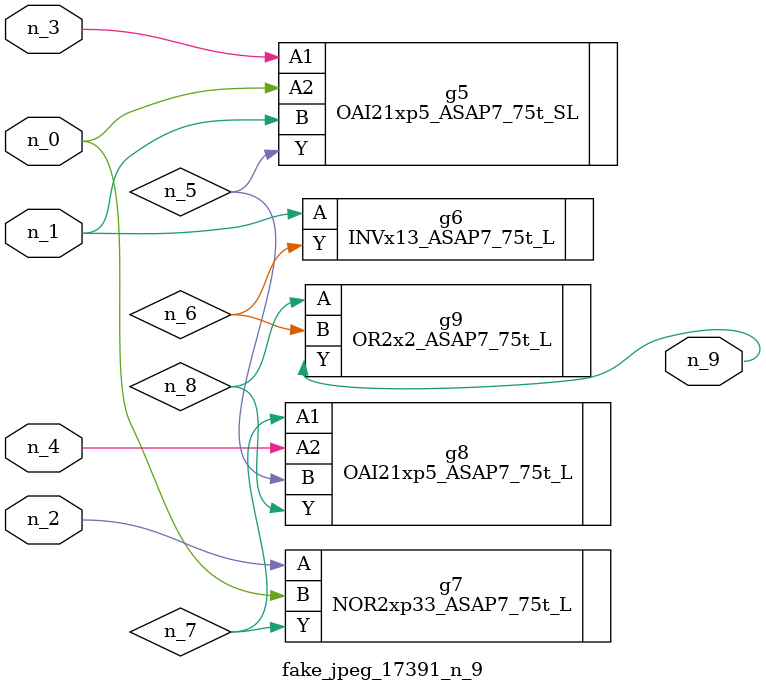
<source format=v>
module fake_jpeg_17391_n_9 (n_3, n_2, n_1, n_0, n_4, n_9);

input n_3;
input n_2;
input n_1;
input n_0;
input n_4;

output n_9;

wire n_8;
wire n_6;
wire n_5;
wire n_7;

OAI21xp5_ASAP7_75t_SL g5 ( 
.A1(n_3),
.A2(n_0),
.B(n_1),
.Y(n_5)
);

INVx13_ASAP7_75t_L g6 ( 
.A(n_1),
.Y(n_6)
);

NOR2xp33_ASAP7_75t_L g7 ( 
.A(n_2),
.B(n_0),
.Y(n_7)
);

OAI21xp5_ASAP7_75t_L g8 ( 
.A1(n_7),
.A2(n_4),
.B(n_5),
.Y(n_8)
);

OR2x2_ASAP7_75t_L g9 ( 
.A(n_8),
.B(n_6),
.Y(n_9)
);


endmodule
</source>
